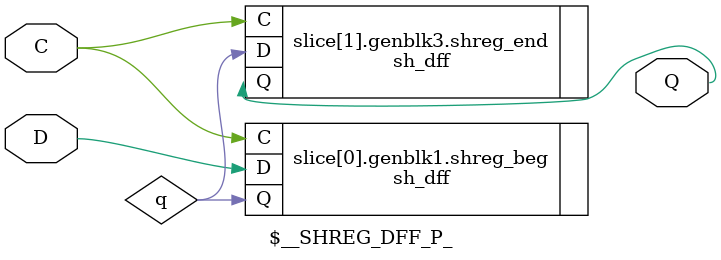
<source format=v>
module \$__SHREG_DFF_P_ (D, Q, C);
    input D;
    input C;
    output Q;
    parameter DEPTH = 2;
    reg [DEPTH-2:0] q;
    genvar i;
    generate for (i = 0; i < DEPTH; i = i + 1) begin: slice
        // First in chain
        generate if (i == 0) begin
                 sh_dff #() shreg_beg (
                    .Q(q[i]),
                    .D(D),
                    .C(C)
                );
        end endgenerate
        // Middle in chain
        generate if (i > 0 && i != DEPTH-1) begin
                 sh_dff #() shreg_mid (
                    .Q(q[i]),
                    .D(q[i-1]),
                    .C(C)
                );
        end endgenerate
        // Last in chain
        generate if (i == DEPTH-1) begin
                 sh_dff #() shreg_end (
                    .Q(Q),
                    .D(q[i-1]),
                    .C(C)
                );
        end endgenerate
   end: slice
   endgenerate
endmodule
</source>
